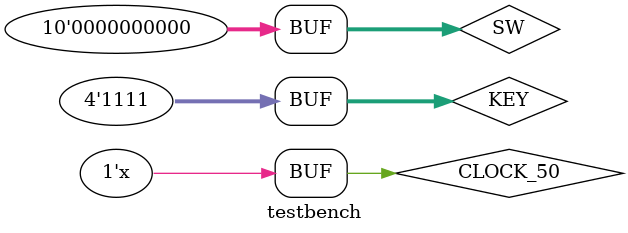
<source format=v>
`timescale 1ns / 1ps

module testbench ( );

	parameter CLOCK_PERIOD = 20;
    parameter RESOLUTION = "160x120"; // "640x480", "320x240", "160x120"
    parameter n = (RESOLUTION == "640x480") ? 10 : ((RESOLUTION == "320x240") ? 9 : 8);

    reg CLOCK_50;	
	reg [9:0] SW;
	reg [3:0] KEY;
	wire [9:0] LEDR;
    wire [6:0] HEX3, HEX2, HEX1, HEX0;
	wire [n-1:0] VGA_X;
	wire [n-2:0] VGA_Y;
	wire [23:0] VGA_COLOR;

	initial begin
        CLOCK_50 <= 1'b0;
	end // initial
	always @ (*)
	begin : Clock_Generator
		#((CLOCK_PERIOD) / 2) CLOCK_50 <= ~CLOCK_50;
	end
	
	initial begin
        KEY[0] <= 1'b0; KEY[1] <= 1'b1; KEY[2] <= 1'b1; KEY[3] <= 1'b1; SW <= 10'b0;
        #20 KEY[0] <= 1'b1; // reset
	end // initial

	vga_demo U1 (CLOCK_50, SW, KEY, LEDR, VGA_X, VGA_Y, VGA_COLOR, plot);
        defparam U1.RESOLUTION = RESOLUTION;

endmodule

</source>
